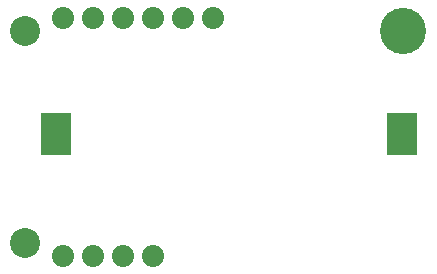
<source format=gbr>
%TF.GenerationSoftware,KiCad,Pcbnew,8.0.2*%
%TF.CreationDate,2024-05-18T21:01:54+12:00*%
%TF.ProjectId,yuzu-pcb,79757a75-2d70-4636-922e-6b696361645f,rev?*%
%TF.SameCoordinates,Original*%
%TF.FileFunction,Soldermask,Bot*%
%TF.FilePolarity,Negative*%
%FSLAX46Y46*%
G04 Gerber Fmt 4.6, Leading zero omitted, Abs format (unit mm)*
G04 Created by KiCad (PCBNEW 8.0.2) date 2024-05-18 21:01:54*
%MOMM*%
%LPD*%
G01*
G04 APERTURE LIST*
%ADD10C,2.540000*%
%ADD11C,1.878000*%
%ADD12C,3.911600*%
%ADD13R,2.600000X3.600000*%
G04 APERTURE END LIST*
D10*
%TO.C,REF\u002A\u002A*%
X102500000Y-120500000D03*
%TD*%
D11*
%TO.C,TP3*%
X110780000Y-121600000D03*
%TD*%
%TO.C,TP2*%
X108240000Y-121600000D03*
%TD*%
%TO.C,TP9*%
X115860000Y-101400000D03*
%TD*%
%TO.C,TP4*%
X113320000Y-121600000D03*
%TD*%
%TO.C,TP6*%
X108240000Y-101400000D03*
%TD*%
%TO.C,TP1*%
X105700000Y-121600000D03*
%TD*%
%TO.C,TP5*%
X105700000Y-101400000D03*
%TD*%
D12*
%TO.C,REF\u002A\u002A*%
X134500000Y-102500000D03*
%TD*%
D10*
%TO.C,REF\u002A\u002A*%
X102500000Y-102500000D03*
%TD*%
D11*
%TO.C,TP10*%
X118400000Y-101400000D03*
%TD*%
%TO.C,TP8*%
X113320000Y-101400000D03*
%TD*%
%TO.C,TP7*%
X110780000Y-101400000D03*
%TD*%
D13*
%TO.C,BT1*%
X134350000Y-111250000D03*
X105050000Y-111250000D03*
%TD*%
M02*

</source>
